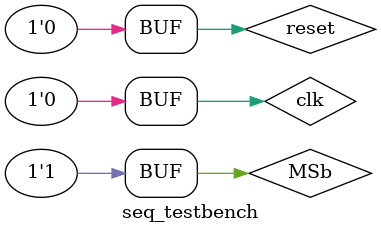
<source format=v>
`timescale 1ns / 10ps

module seq_testbench;
    
reg clk, reset, MSb;
wire [16:0] count1; 


MSB_counter MsB (.clk(clk),.msb(MSb),.max_tick(reset),.out(count1));
always 
    begin
        clk = 1'b1;
        #10;
        clk = 1'b0;
        #10;
    end
    
initial  
    begin
        reset = 1'b1;
        #200;
        reset = 1'b0;
        #100;
      
    end
    
 initial
    begin   // there should 7 identifications of the input codeword
        //test vector 1
        #200
        MSb = 1'b1; 
        #20;
        MSb = 1'b0; 
        #20;
        MSb = 1'b0; 
        #20;
        MSb = 1'b0; 
        #20;
        MSb = 1'b1; 
        #20;
        // ...
        //test vector 2
        MSb = 1'b0; 
        #20;
        MSb = 1'b0; 
        #20;
        MSb = 1'b0; 
        #20;
        MSb = 1'b1; 
        #20;
        MSb = 1'b1; 
        #20;
        // ...
        //test vector 3
        MSb = 1'b0; 
        #20;
        MSb = 1'b0; 
        #20;
        MSb = 1'b0; 
        #20;
        MSb = 1'b1; 
        #20;
        MSb = 1'b0; 
        #20;
        // ...
         //test vector 4
        MSb = 1'b0; 
        #20;
        MSb = 1'b0; 
        #20;
        MSb = 1'b1; 
        #20;
        MSb = 1'b0; 
        #20;
        MSb = 1'b0; 
        #20;
        // ...
        //test vector 5
        MSb = 1'b0; 
        #20;
        MSb = 1'b0; 
        #20;
        MSb = 1'b0; 
        #20;
        MSb = 1'b0; 
        #20;
        MSb = 1'b1; 
        #20;
        // ...
         //test vector 6
        MSb = 1'b1; 
        #20;
        MSb = 1'b0; 
        #20;
        MSb = 1'b1; 
        #20;
        MSb = 1'b0; 
        #20;
        MSb = 1'b1; 
        #20;
        // ...
        
    end  

endmodule

</source>
